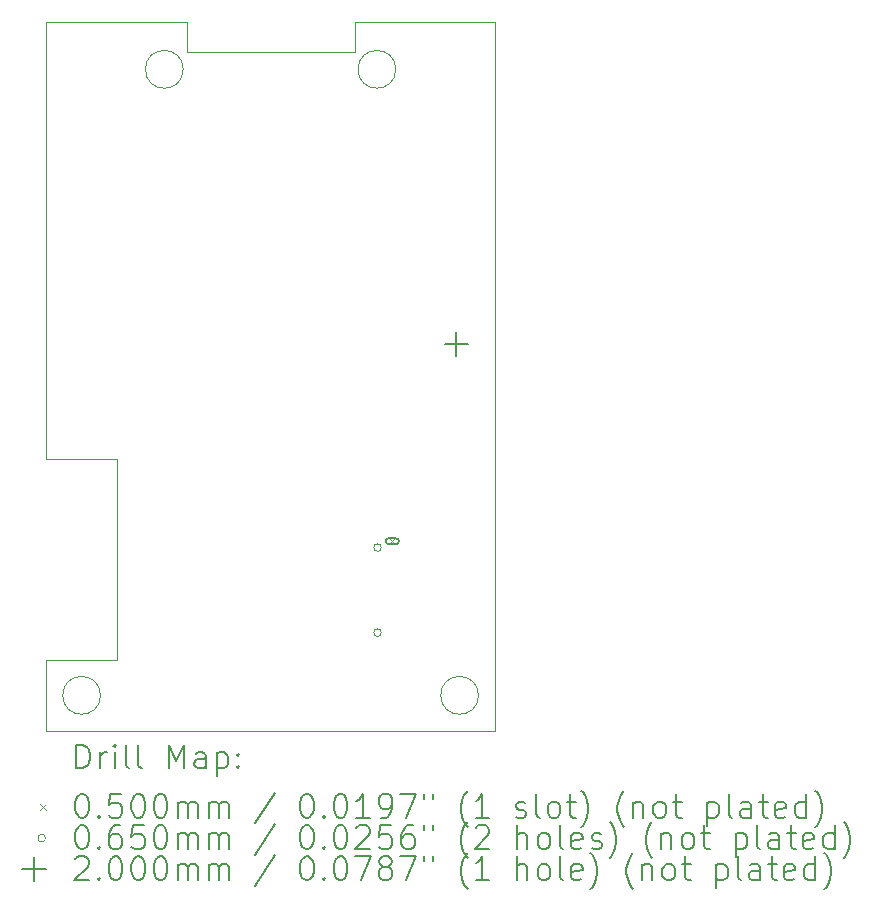
<source format=gbr>
%TF.GenerationSoftware,KiCad,Pcbnew,7.0.5*%
%TF.CreationDate,2023-06-16T17:13:40-04:00*%
%TF.ProjectId,ESP32Sensor-Sensor_board,45535033-3253-4656-9e73-6f722d53656e,rev?*%
%TF.SameCoordinates,Original*%
%TF.FileFunction,Drillmap*%
%TF.FilePolarity,Positive*%
%FSLAX45Y45*%
G04 Gerber Fmt 4.5, Leading zero omitted, Abs format (unit mm)*
G04 Created by KiCad (PCBNEW 7.0.5) date 2023-06-16 17:13:40*
%MOMM*%
%LPD*%
G01*
G04 APERTURE LIST*
%ADD10C,0.100000*%
%ADD11C,0.200000*%
%ADD12C,0.050000*%
%ADD13C,0.065000*%
G04 APERTURE END LIST*
D10*
X-1300000Y-3700000D02*
X-1300000Y-5400000D01*
X1900000Y-6000000D02*
X-1900000Y-6000000D01*
X-1900000Y0D02*
X-711200Y0D01*
X-740000Y-400000D02*
G75*
G03*
X-740000Y-400000I-160000J0D01*
G01*
X1760000Y-5700000D02*
G75*
G03*
X1760000Y-5700000I-160000J0D01*
G01*
X-1900000Y-3700000D02*
X-1300000Y-3700000D01*
X1900000Y0D02*
X1900000Y-6000000D01*
X-1900000Y-5400000D02*
X-1300000Y-5400000D01*
X-711200Y-254000D02*
X-711200Y0D01*
X-1900000Y0D02*
X-1900000Y-3700000D01*
X711200Y0D02*
X1900000Y0D01*
X-1440000Y-5700000D02*
G75*
G03*
X-1440000Y-5700000I-160000J0D01*
G01*
X711200Y0D02*
X711200Y-254000D01*
X711200Y-254000D02*
X-711200Y-254000D01*
X1060000Y-400000D02*
G75*
G03*
X1060000Y-400000I-160000J0D01*
G01*
X-1900000Y-6000000D02*
X-1900000Y-5400000D01*
D11*
D12*
X1005600Y-4370800D02*
X1055600Y-4420800D01*
X1055600Y-4370800D02*
X1005600Y-4420800D01*
D11*
X1000600Y-4420800D02*
X1060600Y-4420800D01*
X1060600Y-4420800D02*
G75*
G03*
X1060600Y-4370800I0J25000D01*
G01*
X1060600Y-4370800D02*
X1000600Y-4370800D01*
X1000600Y-4370800D02*
G75*
G03*
X1000600Y-4420800I0J-25000D01*
G01*
D13*
X938100Y-4448800D02*
G75*
G03*
X938100Y-4448800I-32500J0D01*
G01*
X938100Y-5168800D02*
G75*
G03*
X938100Y-5168800I-32500J0D01*
G01*
D11*
X1573800Y-2627800D02*
X1573800Y-2827800D01*
X1473800Y-2727800D02*
X1673800Y-2727800D01*
X-1644223Y-6316484D02*
X-1644223Y-6116484D01*
X-1644223Y-6116484D02*
X-1596604Y-6116484D01*
X-1596604Y-6116484D02*
X-1568033Y-6126008D01*
X-1568033Y-6126008D02*
X-1548985Y-6145055D01*
X-1548985Y-6145055D02*
X-1539461Y-6164103D01*
X-1539461Y-6164103D02*
X-1529937Y-6202198D01*
X-1529937Y-6202198D02*
X-1529937Y-6230769D01*
X-1529937Y-6230769D02*
X-1539461Y-6268865D01*
X-1539461Y-6268865D02*
X-1548985Y-6287912D01*
X-1548985Y-6287912D02*
X-1568033Y-6306960D01*
X-1568033Y-6306960D02*
X-1596604Y-6316484D01*
X-1596604Y-6316484D02*
X-1644223Y-6316484D01*
X-1444223Y-6316484D02*
X-1444223Y-6183150D01*
X-1444223Y-6221246D02*
X-1434699Y-6202198D01*
X-1434699Y-6202198D02*
X-1425175Y-6192674D01*
X-1425175Y-6192674D02*
X-1406128Y-6183150D01*
X-1406128Y-6183150D02*
X-1387080Y-6183150D01*
X-1320414Y-6316484D02*
X-1320414Y-6183150D01*
X-1320414Y-6116484D02*
X-1329937Y-6126008D01*
X-1329937Y-6126008D02*
X-1320414Y-6135531D01*
X-1320414Y-6135531D02*
X-1310890Y-6126008D01*
X-1310890Y-6126008D02*
X-1320414Y-6116484D01*
X-1320414Y-6116484D02*
X-1320414Y-6135531D01*
X-1196604Y-6316484D02*
X-1215652Y-6306960D01*
X-1215652Y-6306960D02*
X-1225176Y-6287912D01*
X-1225176Y-6287912D02*
X-1225176Y-6116484D01*
X-1091842Y-6316484D02*
X-1110890Y-6306960D01*
X-1110890Y-6306960D02*
X-1120414Y-6287912D01*
X-1120414Y-6287912D02*
X-1120414Y-6116484D01*
X-863271Y-6316484D02*
X-863271Y-6116484D01*
X-863271Y-6116484D02*
X-796604Y-6259341D01*
X-796604Y-6259341D02*
X-729937Y-6116484D01*
X-729937Y-6116484D02*
X-729937Y-6316484D01*
X-548985Y-6316484D02*
X-548985Y-6211722D01*
X-548985Y-6211722D02*
X-558509Y-6192674D01*
X-558509Y-6192674D02*
X-577556Y-6183150D01*
X-577556Y-6183150D02*
X-615652Y-6183150D01*
X-615652Y-6183150D02*
X-634699Y-6192674D01*
X-548985Y-6306960D02*
X-568033Y-6316484D01*
X-568033Y-6316484D02*
X-615652Y-6316484D01*
X-615652Y-6316484D02*
X-634699Y-6306960D01*
X-634699Y-6306960D02*
X-644223Y-6287912D01*
X-644223Y-6287912D02*
X-644223Y-6268865D01*
X-644223Y-6268865D02*
X-634699Y-6249817D01*
X-634699Y-6249817D02*
X-615652Y-6240293D01*
X-615652Y-6240293D02*
X-568033Y-6240293D01*
X-568033Y-6240293D02*
X-548985Y-6230769D01*
X-453747Y-6183150D02*
X-453747Y-6383150D01*
X-453747Y-6192674D02*
X-434699Y-6183150D01*
X-434699Y-6183150D02*
X-396604Y-6183150D01*
X-396604Y-6183150D02*
X-377556Y-6192674D01*
X-377556Y-6192674D02*
X-368033Y-6202198D01*
X-368033Y-6202198D02*
X-358509Y-6221246D01*
X-358509Y-6221246D02*
X-358509Y-6278388D01*
X-358509Y-6278388D02*
X-368033Y-6297436D01*
X-368033Y-6297436D02*
X-377556Y-6306960D01*
X-377556Y-6306960D02*
X-396604Y-6316484D01*
X-396604Y-6316484D02*
X-434699Y-6316484D01*
X-434699Y-6316484D02*
X-453747Y-6306960D01*
X-272795Y-6297436D02*
X-263271Y-6306960D01*
X-263271Y-6306960D02*
X-272795Y-6316484D01*
X-272795Y-6316484D02*
X-282318Y-6306960D01*
X-282318Y-6306960D02*
X-272795Y-6297436D01*
X-272795Y-6297436D02*
X-272795Y-6316484D01*
X-272795Y-6192674D02*
X-263271Y-6202198D01*
X-263271Y-6202198D02*
X-272795Y-6211722D01*
X-272795Y-6211722D02*
X-282318Y-6202198D01*
X-282318Y-6202198D02*
X-272795Y-6192674D01*
X-272795Y-6192674D02*
X-272795Y-6211722D01*
D12*
X-1955000Y-6620000D02*
X-1905000Y-6670000D01*
X-1905000Y-6620000D02*
X-1955000Y-6670000D01*
D11*
X-1606128Y-6536484D02*
X-1587080Y-6536484D01*
X-1587080Y-6536484D02*
X-1568033Y-6546008D01*
X-1568033Y-6546008D02*
X-1558509Y-6555531D01*
X-1558509Y-6555531D02*
X-1548985Y-6574579D01*
X-1548985Y-6574579D02*
X-1539461Y-6612674D01*
X-1539461Y-6612674D02*
X-1539461Y-6660293D01*
X-1539461Y-6660293D02*
X-1548985Y-6698388D01*
X-1548985Y-6698388D02*
X-1558509Y-6717436D01*
X-1558509Y-6717436D02*
X-1568033Y-6726960D01*
X-1568033Y-6726960D02*
X-1587080Y-6736484D01*
X-1587080Y-6736484D02*
X-1606128Y-6736484D01*
X-1606128Y-6736484D02*
X-1625175Y-6726960D01*
X-1625175Y-6726960D02*
X-1634699Y-6717436D01*
X-1634699Y-6717436D02*
X-1644223Y-6698388D01*
X-1644223Y-6698388D02*
X-1653747Y-6660293D01*
X-1653747Y-6660293D02*
X-1653747Y-6612674D01*
X-1653747Y-6612674D02*
X-1644223Y-6574579D01*
X-1644223Y-6574579D02*
X-1634699Y-6555531D01*
X-1634699Y-6555531D02*
X-1625175Y-6546008D01*
X-1625175Y-6546008D02*
X-1606128Y-6536484D01*
X-1453747Y-6717436D02*
X-1444223Y-6726960D01*
X-1444223Y-6726960D02*
X-1453747Y-6736484D01*
X-1453747Y-6736484D02*
X-1463271Y-6726960D01*
X-1463271Y-6726960D02*
X-1453747Y-6717436D01*
X-1453747Y-6717436D02*
X-1453747Y-6736484D01*
X-1263271Y-6536484D02*
X-1358509Y-6536484D01*
X-1358509Y-6536484D02*
X-1368033Y-6631722D01*
X-1368033Y-6631722D02*
X-1358509Y-6622198D01*
X-1358509Y-6622198D02*
X-1339461Y-6612674D01*
X-1339461Y-6612674D02*
X-1291842Y-6612674D01*
X-1291842Y-6612674D02*
X-1272795Y-6622198D01*
X-1272795Y-6622198D02*
X-1263271Y-6631722D01*
X-1263271Y-6631722D02*
X-1253747Y-6650769D01*
X-1253747Y-6650769D02*
X-1253747Y-6698388D01*
X-1253747Y-6698388D02*
X-1263271Y-6717436D01*
X-1263271Y-6717436D02*
X-1272795Y-6726960D01*
X-1272795Y-6726960D02*
X-1291842Y-6736484D01*
X-1291842Y-6736484D02*
X-1339461Y-6736484D01*
X-1339461Y-6736484D02*
X-1358509Y-6726960D01*
X-1358509Y-6726960D02*
X-1368033Y-6717436D01*
X-1129937Y-6536484D02*
X-1110890Y-6536484D01*
X-1110890Y-6536484D02*
X-1091842Y-6546008D01*
X-1091842Y-6546008D02*
X-1082318Y-6555531D01*
X-1082318Y-6555531D02*
X-1072795Y-6574579D01*
X-1072795Y-6574579D02*
X-1063271Y-6612674D01*
X-1063271Y-6612674D02*
X-1063271Y-6660293D01*
X-1063271Y-6660293D02*
X-1072795Y-6698388D01*
X-1072795Y-6698388D02*
X-1082318Y-6717436D01*
X-1082318Y-6717436D02*
X-1091842Y-6726960D01*
X-1091842Y-6726960D02*
X-1110890Y-6736484D01*
X-1110890Y-6736484D02*
X-1129937Y-6736484D01*
X-1129937Y-6736484D02*
X-1148985Y-6726960D01*
X-1148985Y-6726960D02*
X-1158509Y-6717436D01*
X-1158509Y-6717436D02*
X-1168033Y-6698388D01*
X-1168033Y-6698388D02*
X-1177556Y-6660293D01*
X-1177556Y-6660293D02*
X-1177556Y-6612674D01*
X-1177556Y-6612674D02*
X-1168033Y-6574579D01*
X-1168033Y-6574579D02*
X-1158509Y-6555531D01*
X-1158509Y-6555531D02*
X-1148985Y-6546008D01*
X-1148985Y-6546008D02*
X-1129937Y-6536484D01*
X-939461Y-6536484D02*
X-920413Y-6536484D01*
X-920413Y-6536484D02*
X-901366Y-6546008D01*
X-901366Y-6546008D02*
X-891842Y-6555531D01*
X-891842Y-6555531D02*
X-882318Y-6574579D01*
X-882318Y-6574579D02*
X-872794Y-6612674D01*
X-872794Y-6612674D02*
X-872794Y-6660293D01*
X-872794Y-6660293D02*
X-882318Y-6698388D01*
X-882318Y-6698388D02*
X-891842Y-6717436D01*
X-891842Y-6717436D02*
X-901366Y-6726960D01*
X-901366Y-6726960D02*
X-920413Y-6736484D01*
X-920413Y-6736484D02*
X-939461Y-6736484D01*
X-939461Y-6736484D02*
X-958509Y-6726960D01*
X-958509Y-6726960D02*
X-968033Y-6717436D01*
X-968033Y-6717436D02*
X-977556Y-6698388D01*
X-977556Y-6698388D02*
X-987080Y-6660293D01*
X-987080Y-6660293D02*
X-987080Y-6612674D01*
X-987080Y-6612674D02*
X-977556Y-6574579D01*
X-977556Y-6574579D02*
X-968033Y-6555531D01*
X-968033Y-6555531D02*
X-958509Y-6546008D01*
X-958509Y-6546008D02*
X-939461Y-6536484D01*
X-787080Y-6736484D02*
X-787080Y-6603150D01*
X-787080Y-6622198D02*
X-777556Y-6612674D01*
X-777556Y-6612674D02*
X-758509Y-6603150D01*
X-758509Y-6603150D02*
X-729937Y-6603150D01*
X-729937Y-6603150D02*
X-710890Y-6612674D01*
X-710890Y-6612674D02*
X-701366Y-6631722D01*
X-701366Y-6631722D02*
X-701366Y-6736484D01*
X-701366Y-6631722D02*
X-691842Y-6612674D01*
X-691842Y-6612674D02*
X-672795Y-6603150D01*
X-672795Y-6603150D02*
X-644223Y-6603150D01*
X-644223Y-6603150D02*
X-625175Y-6612674D01*
X-625175Y-6612674D02*
X-615652Y-6631722D01*
X-615652Y-6631722D02*
X-615652Y-6736484D01*
X-520413Y-6736484D02*
X-520413Y-6603150D01*
X-520413Y-6622198D02*
X-510890Y-6612674D01*
X-510890Y-6612674D02*
X-491842Y-6603150D01*
X-491842Y-6603150D02*
X-463271Y-6603150D01*
X-463271Y-6603150D02*
X-444223Y-6612674D01*
X-444223Y-6612674D02*
X-434699Y-6631722D01*
X-434699Y-6631722D02*
X-434699Y-6736484D01*
X-434699Y-6631722D02*
X-425175Y-6612674D01*
X-425175Y-6612674D02*
X-406128Y-6603150D01*
X-406128Y-6603150D02*
X-377556Y-6603150D01*
X-377556Y-6603150D02*
X-358509Y-6612674D01*
X-358509Y-6612674D02*
X-348985Y-6631722D01*
X-348985Y-6631722D02*
X-348985Y-6736484D01*
X41491Y-6526960D02*
X-129937Y-6784103D01*
X298634Y-6536484D02*
X317682Y-6536484D01*
X317682Y-6536484D02*
X336729Y-6546008D01*
X336729Y-6546008D02*
X346253Y-6555531D01*
X346253Y-6555531D02*
X355777Y-6574579D01*
X355777Y-6574579D02*
X365301Y-6612674D01*
X365301Y-6612674D02*
X365301Y-6660293D01*
X365301Y-6660293D02*
X355777Y-6698388D01*
X355777Y-6698388D02*
X346253Y-6717436D01*
X346253Y-6717436D02*
X336729Y-6726960D01*
X336729Y-6726960D02*
X317682Y-6736484D01*
X317682Y-6736484D02*
X298634Y-6736484D01*
X298634Y-6736484D02*
X279587Y-6726960D01*
X279587Y-6726960D02*
X270063Y-6717436D01*
X270063Y-6717436D02*
X260539Y-6698388D01*
X260539Y-6698388D02*
X251015Y-6660293D01*
X251015Y-6660293D02*
X251015Y-6612674D01*
X251015Y-6612674D02*
X260539Y-6574579D01*
X260539Y-6574579D02*
X270063Y-6555531D01*
X270063Y-6555531D02*
X279587Y-6546008D01*
X279587Y-6546008D02*
X298634Y-6536484D01*
X451015Y-6717436D02*
X460539Y-6726960D01*
X460539Y-6726960D02*
X451015Y-6736484D01*
X451015Y-6736484D02*
X441491Y-6726960D01*
X441491Y-6726960D02*
X451015Y-6717436D01*
X451015Y-6717436D02*
X451015Y-6736484D01*
X584348Y-6536484D02*
X603396Y-6536484D01*
X603396Y-6536484D02*
X622444Y-6546008D01*
X622444Y-6546008D02*
X631968Y-6555531D01*
X631968Y-6555531D02*
X641491Y-6574579D01*
X641491Y-6574579D02*
X651015Y-6612674D01*
X651015Y-6612674D02*
X651015Y-6660293D01*
X651015Y-6660293D02*
X641491Y-6698388D01*
X641491Y-6698388D02*
X631968Y-6717436D01*
X631968Y-6717436D02*
X622444Y-6726960D01*
X622444Y-6726960D02*
X603396Y-6736484D01*
X603396Y-6736484D02*
X584348Y-6736484D01*
X584348Y-6736484D02*
X565301Y-6726960D01*
X565301Y-6726960D02*
X555777Y-6717436D01*
X555777Y-6717436D02*
X546253Y-6698388D01*
X546253Y-6698388D02*
X536729Y-6660293D01*
X536729Y-6660293D02*
X536729Y-6612674D01*
X536729Y-6612674D02*
X546253Y-6574579D01*
X546253Y-6574579D02*
X555777Y-6555531D01*
X555777Y-6555531D02*
X565301Y-6546008D01*
X565301Y-6546008D02*
X584348Y-6536484D01*
X841491Y-6736484D02*
X727206Y-6736484D01*
X784348Y-6736484D02*
X784348Y-6536484D01*
X784348Y-6536484D02*
X765301Y-6565055D01*
X765301Y-6565055D02*
X746253Y-6584103D01*
X746253Y-6584103D02*
X727206Y-6593627D01*
X936729Y-6736484D02*
X974825Y-6736484D01*
X974825Y-6736484D02*
X993872Y-6726960D01*
X993872Y-6726960D02*
X1003396Y-6717436D01*
X1003396Y-6717436D02*
X1022444Y-6688865D01*
X1022444Y-6688865D02*
X1031967Y-6650769D01*
X1031967Y-6650769D02*
X1031967Y-6574579D01*
X1031967Y-6574579D02*
X1022444Y-6555531D01*
X1022444Y-6555531D02*
X1012920Y-6546008D01*
X1012920Y-6546008D02*
X993872Y-6536484D01*
X993872Y-6536484D02*
X955777Y-6536484D01*
X955777Y-6536484D02*
X936729Y-6546008D01*
X936729Y-6546008D02*
X927206Y-6555531D01*
X927206Y-6555531D02*
X917682Y-6574579D01*
X917682Y-6574579D02*
X917682Y-6622198D01*
X917682Y-6622198D02*
X927206Y-6641246D01*
X927206Y-6641246D02*
X936729Y-6650769D01*
X936729Y-6650769D02*
X955777Y-6660293D01*
X955777Y-6660293D02*
X993872Y-6660293D01*
X993872Y-6660293D02*
X1012920Y-6650769D01*
X1012920Y-6650769D02*
X1022444Y-6641246D01*
X1022444Y-6641246D02*
X1031967Y-6622198D01*
X1098634Y-6536484D02*
X1231968Y-6536484D01*
X1231968Y-6536484D02*
X1146253Y-6736484D01*
X1298634Y-6536484D02*
X1298634Y-6574579D01*
X1374825Y-6536484D02*
X1374825Y-6574579D01*
X1670063Y-6812674D02*
X1660539Y-6803150D01*
X1660539Y-6803150D02*
X1641491Y-6774579D01*
X1641491Y-6774579D02*
X1631968Y-6755531D01*
X1631968Y-6755531D02*
X1622444Y-6726960D01*
X1622444Y-6726960D02*
X1612920Y-6679341D01*
X1612920Y-6679341D02*
X1612920Y-6641246D01*
X1612920Y-6641246D02*
X1622444Y-6593627D01*
X1622444Y-6593627D02*
X1631968Y-6565055D01*
X1631968Y-6565055D02*
X1641491Y-6546008D01*
X1641491Y-6546008D02*
X1660539Y-6517436D01*
X1660539Y-6517436D02*
X1670063Y-6507912D01*
X1851015Y-6736484D02*
X1736729Y-6736484D01*
X1793872Y-6736484D02*
X1793872Y-6536484D01*
X1793872Y-6536484D02*
X1774825Y-6565055D01*
X1774825Y-6565055D02*
X1755777Y-6584103D01*
X1755777Y-6584103D02*
X1736729Y-6593627D01*
X2079587Y-6726960D02*
X2098634Y-6736484D01*
X2098634Y-6736484D02*
X2136730Y-6736484D01*
X2136730Y-6736484D02*
X2155777Y-6726960D01*
X2155777Y-6726960D02*
X2165301Y-6707912D01*
X2165301Y-6707912D02*
X2165301Y-6698388D01*
X2165301Y-6698388D02*
X2155777Y-6679341D01*
X2155777Y-6679341D02*
X2136730Y-6669817D01*
X2136730Y-6669817D02*
X2108158Y-6669817D01*
X2108158Y-6669817D02*
X2089110Y-6660293D01*
X2089110Y-6660293D02*
X2079587Y-6641246D01*
X2079587Y-6641246D02*
X2079587Y-6631722D01*
X2079587Y-6631722D02*
X2089110Y-6612674D01*
X2089110Y-6612674D02*
X2108158Y-6603150D01*
X2108158Y-6603150D02*
X2136730Y-6603150D01*
X2136730Y-6603150D02*
X2155777Y-6612674D01*
X2279587Y-6736484D02*
X2260539Y-6726960D01*
X2260539Y-6726960D02*
X2251015Y-6707912D01*
X2251015Y-6707912D02*
X2251015Y-6536484D01*
X2384349Y-6736484D02*
X2365301Y-6726960D01*
X2365301Y-6726960D02*
X2355777Y-6717436D01*
X2355777Y-6717436D02*
X2346253Y-6698388D01*
X2346253Y-6698388D02*
X2346253Y-6641246D01*
X2346253Y-6641246D02*
X2355777Y-6622198D01*
X2355777Y-6622198D02*
X2365301Y-6612674D01*
X2365301Y-6612674D02*
X2384349Y-6603150D01*
X2384349Y-6603150D02*
X2412920Y-6603150D01*
X2412920Y-6603150D02*
X2431968Y-6612674D01*
X2431968Y-6612674D02*
X2441492Y-6622198D01*
X2441492Y-6622198D02*
X2451015Y-6641246D01*
X2451015Y-6641246D02*
X2451015Y-6698388D01*
X2451015Y-6698388D02*
X2441492Y-6717436D01*
X2441492Y-6717436D02*
X2431968Y-6726960D01*
X2431968Y-6726960D02*
X2412920Y-6736484D01*
X2412920Y-6736484D02*
X2384349Y-6736484D01*
X2508158Y-6603150D02*
X2584349Y-6603150D01*
X2536730Y-6536484D02*
X2536730Y-6707912D01*
X2536730Y-6707912D02*
X2546253Y-6726960D01*
X2546253Y-6726960D02*
X2565301Y-6736484D01*
X2565301Y-6736484D02*
X2584349Y-6736484D01*
X2631968Y-6812674D02*
X2641492Y-6803150D01*
X2641492Y-6803150D02*
X2660539Y-6774579D01*
X2660539Y-6774579D02*
X2670063Y-6755531D01*
X2670063Y-6755531D02*
X2679587Y-6726960D01*
X2679587Y-6726960D02*
X2689111Y-6679341D01*
X2689111Y-6679341D02*
X2689111Y-6641246D01*
X2689111Y-6641246D02*
X2679587Y-6593627D01*
X2679587Y-6593627D02*
X2670063Y-6565055D01*
X2670063Y-6565055D02*
X2660539Y-6546008D01*
X2660539Y-6546008D02*
X2641492Y-6517436D01*
X2641492Y-6517436D02*
X2631968Y-6507912D01*
X2993872Y-6812674D02*
X2984349Y-6803150D01*
X2984349Y-6803150D02*
X2965301Y-6774579D01*
X2965301Y-6774579D02*
X2955777Y-6755531D01*
X2955777Y-6755531D02*
X2946253Y-6726960D01*
X2946253Y-6726960D02*
X2936730Y-6679341D01*
X2936730Y-6679341D02*
X2936730Y-6641246D01*
X2936730Y-6641246D02*
X2946253Y-6593627D01*
X2946253Y-6593627D02*
X2955777Y-6565055D01*
X2955777Y-6565055D02*
X2965301Y-6546008D01*
X2965301Y-6546008D02*
X2984349Y-6517436D01*
X2984349Y-6517436D02*
X2993872Y-6507912D01*
X3070063Y-6603150D02*
X3070063Y-6736484D01*
X3070063Y-6622198D02*
X3079587Y-6612674D01*
X3079587Y-6612674D02*
X3098634Y-6603150D01*
X3098634Y-6603150D02*
X3127206Y-6603150D01*
X3127206Y-6603150D02*
X3146253Y-6612674D01*
X3146253Y-6612674D02*
X3155777Y-6631722D01*
X3155777Y-6631722D02*
X3155777Y-6736484D01*
X3279587Y-6736484D02*
X3260539Y-6726960D01*
X3260539Y-6726960D02*
X3251015Y-6717436D01*
X3251015Y-6717436D02*
X3241491Y-6698388D01*
X3241491Y-6698388D02*
X3241491Y-6641246D01*
X3241491Y-6641246D02*
X3251015Y-6622198D01*
X3251015Y-6622198D02*
X3260539Y-6612674D01*
X3260539Y-6612674D02*
X3279587Y-6603150D01*
X3279587Y-6603150D02*
X3308158Y-6603150D01*
X3308158Y-6603150D02*
X3327206Y-6612674D01*
X3327206Y-6612674D02*
X3336730Y-6622198D01*
X3336730Y-6622198D02*
X3346253Y-6641246D01*
X3346253Y-6641246D02*
X3346253Y-6698388D01*
X3346253Y-6698388D02*
X3336730Y-6717436D01*
X3336730Y-6717436D02*
X3327206Y-6726960D01*
X3327206Y-6726960D02*
X3308158Y-6736484D01*
X3308158Y-6736484D02*
X3279587Y-6736484D01*
X3403396Y-6603150D02*
X3479587Y-6603150D01*
X3431968Y-6536484D02*
X3431968Y-6707912D01*
X3431968Y-6707912D02*
X3441491Y-6726960D01*
X3441491Y-6726960D02*
X3460539Y-6736484D01*
X3460539Y-6736484D02*
X3479587Y-6736484D01*
X3698634Y-6603150D02*
X3698634Y-6803150D01*
X3698634Y-6612674D02*
X3717682Y-6603150D01*
X3717682Y-6603150D02*
X3755777Y-6603150D01*
X3755777Y-6603150D02*
X3774825Y-6612674D01*
X3774825Y-6612674D02*
X3784349Y-6622198D01*
X3784349Y-6622198D02*
X3793872Y-6641246D01*
X3793872Y-6641246D02*
X3793872Y-6698388D01*
X3793872Y-6698388D02*
X3784349Y-6717436D01*
X3784349Y-6717436D02*
X3774825Y-6726960D01*
X3774825Y-6726960D02*
X3755777Y-6736484D01*
X3755777Y-6736484D02*
X3717682Y-6736484D01*
X3717682Y-6736484D02*
X3698634Y-6726960D01*
X3908158Y-6736484D02*
X3889111Y-6726960D01*
X3889111Y-6726960D02*
X3879587Y-6707912D01*
X3879587Y-6707912D02*
X3879587Y-6536484D01*
X4070063Y-6736484D02*
X4070063Y-6631722D01*
X4070063Y-6631722D02*
X4060539Y-6612674D01*
X4060539Y-6612674D02*
X4041492Y-6603150D01*
X4041492Y-6603150D02*
X4003396Y-6603150D01*
X4003396Y-6603150D02*
X3984349Y-6612674D01*
X4070063Y-6726960D02*
X4051015Y-6736484D01*
X4051015Y-6736484D02*
X4003396Y-6736484D01*
X4003396Y-6736484D02*
X3984349Y-6726960D01*
X3984349Y-6726960D02*
X3974825Y-6707912D01*
X3974825Y-6707912D02*
X3974825Y-6688865D01*
X3974825Y-6688865D02*
X3984349Y-6669817D01*
X3984349Y-6669817D02*
X4003396Y-6660293D01*
X4003396Y-6660293D02*
X4051015Y-6660293D01*
X4051015Y-6660293D02*
X4070063Y-6650769D01*
X4136730Y-6603150D02*
X4212920Y-6603150D01*
X4165301Y-6536484D02*
X4165301Y-6707912D01*
X4165301Y-6707912D02*
X4174825Y-6726960D01*
X4174825Y-6726960D02*
X4193872Y-6736484D01*
X4193872Y-6736484D02*
X4212920Y-6736484D01*
X4355777Y-6726960D02*
X4336730Y-6736484D01*
X4336730Y-6736484D02*
X4298634Y-6736484D01*
X4298634Y-6736484D02*
X4279587Y-6726960D01*
X4279587Y-6726960D02*
X4270063Y-6707912D01*
X4270063Y-6707912D02*
X4270063Y-6631722D01*
X4270063Y-6631722D02*
X4279587Y-6612674D01*
X4279587Y-6612674D02*
X4298634Y-6603150D01*
X4298634Y-6603150D02*
X4336730Y-6603150D01*
X4336730Y-6603150D02*
X4355777Y-6612674D01*
X4355777Y-6612674D02*
X4365301Y-6631722D01*
X4365301Y-6631722D02*
X4365301Y-6650769D01*
X4365301Y-6650769D02*
X4270063Y-6669817D01*
X4536730Y-6736484D02*
X4536730Y-6536484D01*
X4536730Y-6726960D02*
X4517682Y-6736484D01*
X4517682Y-6736484D02*
X4479587Y-6736484D01*
X4479587Y-6736484D02*
X4460539Y-6726960D01*
X4460539Y-6726960D02*
X4451015Y-6717436D01*
X4451015Y-6717436D02*
X4441492Y-6698388D01*
X4441492Y-6698388D02*
X4441492Y-6641246D01*
X4441492Y-6641246D02*
X4451015Y-6622198D01*
X4451015Y-6622198D02*
X4460539Y-6612674D01*
X4460539Y-6612674D02*
X4479587Y-6603150D01*
X4479587Y-6603150D02*
X4517682Y-6603150D01*
X4517682Y-6603150D02*
X4536730Y-6612674D01*
X4612920Y-6812674D02*
X4622444Y-6803150D01*
X4622444Y-6803150D02*
X4641492Y-6774579D01*
X4641492Y-6774579D02*
X4651015Y-6755531D01*
X4651015Y-6755531D02*
X4660539Y-6726960D01*
X4660539Y-6726960D02*
X4670063Y-6679341D01*
X4670063Y-6679341D02*
X4670063Y-6641246D01*
X4670063Y-6641246D02*
X4660539Y-6593627D01*
X4660539Y-6593627D02*
X4651015Y-6565055D01*
X4651015Y-6565055D02*
X4641492Y-6546008D01*
X4641492Y-6546008D02*
X4622444Y-6517436D01*
X4622444Y-6517436D02*
X4612920Y-6507912D01*
D13*
X-1905000Y-6909000D02*
G75*
G03*
X-1905000Y-6909000I-32500J0D01*
G01*
D11*
X-1606128Y-6800484D02*
X-1587080Y-6800484D01*
X-1587080Y-6800484D02*
X-1568033Y-6810008D01*
X-1568033Y-6810008D02*
X-1558509Y-6819531D01*
X-1558509Y-6819531D02*
X-1548985Y-6838579D01*
X-1548985Y-6838579D02*
X-1539461Y-6876674D01*
X-1539461Y-6876674D02*
X-1539461Y-6924293D01*
X-1539461Y-6924293D02*
X-1548985Y-6962388D01*
X-1548985Y-6962388D02*
X-1558509Y-6981436D01*
X-1558509Y-6981436D02*
X-1568033Y-6990960D01*
X-1568033Y-6990960D02*
X-1587080Y-7000484D01*
X-1587080Y-7000484D02*
X-1606128Y-7000484D01*
X-1606128Y-7000484D02*
X-1625175Y-6990960D01*
X-1625175Y-6990960D02*
X-1634699Y-6981436D01*
X-1634699Y-6981436D02*
X-1644223Y-6962388D01*
X-1644223Y-6962388D02*
X-1653747Y-6924293D01*
X-1653747Y-6924293D02*
X-1653747Y-6876674D01*
X-1653747Y-6876674D02*
X-1644223Y-6838579D01*
X-1644223Y-6838579D02*
X-1634699Y-6819531D01*
X-1634699Y-6819531D02*
X-1625175Y-6810008D01*
X-1625175Y-6810008D02*
X-1606128Y-6800484D01*
X-1453747Y-6981436D02*
X-1444223Y-6990960D01*
X-1444223Y-6990960D02*
X-1453747Y-7000484D01*
X-1453747Y-7000484D02*
X-1463271Y-6990960D01*
X-1463271Y-6990960D02*
X-1453747Y-6981436D01*
X-1453747Y-6981436D02*
X-1453747Y-7000484D01*
X-1272795Y-6800484D02*
X-1310890Y-6800484D01*
X-1310890Y-6800484D02*
X-1329937Y-6810008D01*
X-1329937Y-6810008D02*
X-1339461Y-6819531D01*
X-1339461Y-6819531D02*
X-1358509Y-6848103D01*
X-1358509Y-6848103D02*
X-1368033Y-6886198D01*
X-1368033Y-6886198D02*
X-1368033Y-6962388D01*
X-1368033Y-6962388D02*
X-1358509Y-6981436D01*
X-1358509Y-6981436D02*
X-1348985Y-6990960D01*
X-1348985Y-6990960D02*
X-1329937Y-7000484D01*
X-1329937Y-7000484D02*
X-1291842Y-7000484D01*
X-1291842Y-7000484D02*
X-1272795Y-6990960D01*
X-1272795Y-6990960D02*
X-1263271Y-6981436D01*
X-1263271Y-6981436D02*
X-1253747Y-6962388D01*
X-1253747Y-6962388D02*
X-1253747Y-6914769D01*
X-1253747Y-6914769D02*
X-1263271Y-6895722D01*
X-1263271Y-6895722D02*
X-1272795Y-6886198D01*
X-1272795Y-6886198D02*
X-1291842Y-6876674D01*
X-1291842Y-6876674D02*
X-1329937Y-6876674D01*
X-1329937Y-6876674D02*
X-1348985Y-6886198D01*
X-1348985Y-6886198D02*
X-1358509Y-6895722D01*
X-1358509Y-6895722D02*
X-1368033Y-6914769D01*
X-1072795Y-6800484D02*
X-1168033Y-6800484D01*
X-1168033Y-6800484D02*
X-1177556Y-6895722D01*
X-1177556Y-6895722D02*
X-1168033Y-6886198D01*
X-1168033Y-6886198D02*
X-1148985Y-6876674D01*
X-1148985Y-6876674D02*
X-1101366Y-6876674D01*
X-1101366Y-6876674D02*
X-1082318Y-6886198D01*
X-1082318Y-6886198D02*
X-1072795Y-6895722D01*
X-1072795Y-6895722D02*
X-1063271Y-6914769D01*
X-1063271Y-6914769D02*
X-1063271Y-6962388D01*
X-1063271Y-6962388D02*
X-1072795Y-6981436D01*
X-1072795Y-6981436D02*
X-1082318Y-6990960D01*
X-1082318Y-6990960D02*
X-1101366Y-7000484D01*
X-1101366Y-7000484D02*
X-1148985Y-7000484D01*
X-1148985Y-7000484D02*
X-1168033Y-6990960D01*
X-1168033Y-6990960D02*
X-1177556Y-6981436D01*
X-939461Y-6800484D02*
X-920413Y-6800484D01*
X-920413Y-6800484D02*
X-901366Y-6810008D01*
X-901366Y-6810008D02*
X-891842Y-6819531D01*
X-891842Y-6819531D02*
X-882318Y-6838579D01*
X-882318Y-6838579D02*
X-872794Y-6876674D01*
X-872794Y-6876674D02*
X-872794Y-6924293D01*
X-872794Y-6924293D02*
X-882318Y-6962388D01*
X-882318Y-6962388D02*
X-891842Y-6981436D01*
X-891842Y-6981436D02*
X-901366Y-6990960D01*
X-901366Y-6990960D02*
X-920413Y-7000484D01*
X-920413Y-7000484D02*
X-939461Y-7000484D01*
X-939461Y-7000484D02*
X-958509Y-6990960D01*
X-958509Y-6990960D02*
X-968033Y-6981436D01*
X-968033Y-6981436D02*
X-977556Y-6962388D01*
X-977556Y-6962388D02*
X-987080Y-6924293D01*
X-987080Y-6924293D02*
X-987080Y-6876674D01*
X-987080Y-6876674D02*
X-977556Y-6838579D01*
X-977556Y-6838579D02*
X-968033Y-6819531D01*
X-968033Y-6819531D02*
X-958509Y-6810008D01*
X-958509Y-6810008D02*
X-939461Y-6800484D01*
X-787080Y-7000484D02*
X-787080Y-6867150D01*
X-787080Y-6886198D02*
X-777556Y-6876674D01*
X-777556Y-6876674D02*
X-758509Y-6867150D01*
X-758509Y-6867150D02*
X-729937Y-6867150D01*
X-729937Y-6867150D02*
X-710890Y-6876674D01*
X-710890Y-6876674D02*
X-701366Y-6895722D01*
X-701366Y-6895722D02*
X-701366Y-7000484D01*
X-701366Y-6895722D02*
X-691842Y-6876674D01*
X-691842Y-6876674D02*
X-672795Y-6867150D01*
X-672795Y-6867150D02*
X-644223Y-6867150D01*
X-644223Y-6867150D02*
X-625175Y-6876674D01*
X-625175Y-6876674D02*
X-615652Y-6895722D01*
X-615652Y-6895722D02*
X-615652Y-7000484D01*
X-520413Y-7000484D02*
X-520413Y-6867150D01*
X-520413Y-6886198D02*
X-510890Y-6876674D01*
X-510890Y-6876674D02*
X-491842Y-6867150D01*
X-491842Y-6867150D02*
X-463271Y-6867150D01*
X-463271Y-6867150D02*
X-444223Y-6876674D01*
X-444223Y-6876674D02*
X-434699Y-6895722D01*
X-434699Y-6895722D02*
X-434699Y-7000484D01*
X-434699Y-6895722D02*
X-425175Y-6876674D01*
X-425175Y-6876674D02*
X-406128Y-6867150D01*
X-406128Y-6867150D02*
X-377556Y-6867150D01*
X-377556Y-6867150D02*
X-358509Y-6876674D01*
X-358509Y-6876674D02*
X-348985Y-6895722D01*
X-348985Y-6895722D02*
X-348985Y-7000484D01*
X41491Y-6790960D02*
X-129937Y-7048103D01*
X298634Y-6800484D02*
X317682Y-6800484D01*
X317682Y-6800484D02*
X336729Y-6810008D01*
X336729Y-6810008D02*
X346253Y-6819531D01*
X346253Y-6819531D02*
X355777Y-6838579D01*
X355777Y-6838579D02*
X365301Y-6876674D01*
X365301Y-6876674D02*
X365301Y-6924293D01*
X365301Y-6924293D02*
X355777Y-6962388D01*
X355777Y-6962388D02*
X346253Y-6981436D01*
X346253Y-6981436D02*
X336729Y-6990960D01*
X336729Y-6990960D02*
X317682Y-7000484D01*
X317682Y-7000484D02*
X298634Y-7000484D01*
X298634Y-7000484D02*
X279587Y-6990960D01*
X279587Y-6990960D02*
X270063Y-6981436D01*
X270063Y-6981436D02*
X260539Y-6962388D01*
X260539Y-6962388D02*
X251015Y-6924293D01*
X251015Y-6924293D02*
X251015Y-6876674D01*
X251015Y-6876674D02*
X260539Y-6838579D01*
X260539Y-6838579D02*
X270063Y-6819531D01*
X270063Y-6819531D02*
X279587Y-6810008D01*
X279587Y-6810008D02*
X298634Y-6800484D01*
X451015Y-6981436D02*
X460539Y-6990960D01*
X460539Y-6990960D02*
X451015Y-7000484D01*
X451015Y-7000484D02*
X441491Y-6990960D01*
X441491Y-6990960D02*
X451015Y-6981436D01*
X451015Y-6981436D02*
X451015Y-7000484D01*
X584348Y-6800484D02*
X603396Y-6800484D01*
X603396Y-6800484D02*
X622444Y-6810008D01*
X622444Y-6810008D02*
X631968Y-6819531D01*
X631968Y-6819531D02*
X641491Y-6838579D01*
X641491Y-6838579D02*
X651015Y-6876674D01*
X651015Y-6876674D02*
X651015Y-6924293D01*
X651015Y-6924293D02*
X641491Y-6962388D01*
X641491Y-6962388D02*
X631968Y-6981436D01*
X631968Y-6981436D02*
X622444Y-6990960D01*
X622444Y-6990960D02*
X603396Y-7000484D01*
X603396Y-7000484D02*
X584348Y-7000484D01*
X584348Y-7000484D02*
X565301Y-6990960D01*
X565301Y-6990960D02*
X555777Y-6981436D01*
X555777Y-6981436D02*
X546253Y-6962388D01*
X546253Y-6962388D02*
X536729Y-6924293D01*
X536729Y-6924293D02*
X536729Y-6876674D01*
X536729Y-6876674D02*
X546253Y-6838579D01*
X546253Y-6838579D02*
X555777Y-6819531D01*
X555777Y-6819531D02*
X565301Y-6810008D01*
X565301Y-6810008D02*
X584348Y-6800484D01*
X727206Y-6819531D02*
X736729Y-6810008D01*
X736729Y-6810008D02*
X755777Y-6800484D01*
X755777Y-6800484D02*
X803396Y-6800484D01*
X803396Y-6800484D02*
X822444Y-6810008D01*
X822444Y-6810008D02*
X831967Y-6819531D01*
X831967Y-6819531D02*
X841491Y-6838579D01*
X841491Y-6838579D02*
X841491Y-6857627D01*
X841491Y-6857627D02*
X831967Y-6886198D01*
X831967Y-6886198D02*
X717682Y-7000484D01*
X717682Y-7000484D02*
X841491Y-7000484D01*
X1022444Y-6800484D02*
X927206Y-6800484D01*
X927206Y-6800484D02*
X917682Y-6895722D01*
X917682Y-6895722D02*
X927206Y-6886198D01*
X927206Y-6886198D02*
X946253Y-6876674D01*
X946253Y-6876674D02*
X993872Y-6876674D01*
X993872Y-6876674D02*
X1012920Y-6886198D01*
X1012920Y-6886198D02*
X1022444Y-6895722D01*
X1022444Y-6895722D02*
X1031967Y-6914769D01*
X1031967Y-6914769D02*
X1031967Y-6962388D01*
X1031967Y-6962388D02*
X1022444Y-6981436D01*
X1022444Y-6981436D02*
X1012920Y-6990960D01*
X1012920Y-6990960D02*
X993872Y-7000484D01*
X993872Y-7000484D02*
X946253Y-7000484D01*
X946253Y-7000484D02*
X927206Y-6990960D01*
X927206Y-6990960D02*
X917682Y-6981436D01*
X1203396Y-6800484D02*
X1165301Y-6800484D01*
X1165301Y-6800484D02*
X1146253Y-6810008D01*
X1146253Y-6810008D02*
X1136729Y-6819531D01*
X1136729Y-6819531D02*
X1117682Y-6848103D01*
X1117682Y-6848103D02*
X1108158Y-6886198D01*
X1108158Y-6886198D02*
X1108158Y-6962388D01*
X1108158Y-6962388D02*
X1117682Y-6981436D01*
X1117682Y-6981436D02*
X1127206Y-6990960D01*
X1127206Y-6990960D02*
X1146253Y-7000484D01*
X1146253Y-7000484D02*
X1184349Y-7000484D01*
X1184349Y-7000484D02*
X1203396Y-6990960D01*
X1203396Y-6990960D02*
X1212920Y-6981436D01*
X1212920Y-6981436D02*
X1222444Y-6962388D01*
X1222444Y-6962388D02*
X1222444Y-6914769D01*
X1222444Y-6914769D02*
X1212920Y-6895722D01*
X1212920Y-6895722D02*
X1203396Y-6886198D01*
X1203396Y-6886198D02*
X1184349Y-6876674D01*
X1184349Y-6876674D02*
X1146253Y-6876674D01*
X1146253Y-6876674D02*
X1127206Y-6886198D01*
X1127206Y-6886198D02*
X1117682Y-6895722D01*
X1117682Y-6895722D02*
X1108158Y-6914769D01*
X1298634Y-6800484D02*
X1298634Y-6838579D01*
X1374825Y-6800484D02*
X1374825Y-6838579D01*
X1670063Y-7076674D02*
X1660539Y-7067150D01*
X1660539Y-7067150D02*
X1641491Y-7038579D01*
X1641491Y-7038579D02*
X1631968Y-7019531D01*
X1631968Y-7019531D02*
X1622444Y-6990960D01*
X1622444Y-6990960D02*
X1612920Y-6943341D01*
X1612920Y-6943341D02*
X1612920Y-6905246D01*
X1612920Y-6905246D02*
X1622444Y-6857627D01*
X1622444Y-6857627D02*
X1631968Y-6829055D01*
X1631968Y-6829055D02*
X1641491Y-6810008D01*
X1641491Y-6810008D02*
X1660539Y-6781436D01*
X1660539Y-6781436D02*
X1670063Y-6771912D01*
X1736729Y-6819531D02*
X1746253Y-6810008D01*
X1746253Y-6810008D02*
X1765301Y-6800484D01*
X1765301Y-6800484D02*
X1812920Y-6800484D01*
X1812920Y-6800484D02*
X1831968Y-6810008D01*
X1831968Y-6810008D02*
X1841491Y-6819531D01*
X1841491Y-6819531D02*
X1851015Y-6838579D01*
X1851015Y-6838579D02*
X1851015Y-6857627D01*
X1851015Y-6857627D02*
X1841491Y-6886198D01*
X1841491Y-6886198D02*
X1727206Y-7000484D01*
X1727206Y-7000484D02*
X1851015Y-7000484D01*
X2089110Y-7000484D02*
X2089110Y-6800484D01*
X2174825Y-7000484D02*
X2174825Y-6895722D01*
X2174825Y-6895722D02*
X2165301Y-6876674D01*
X2165301Y-6876674D02*
X2146253Y-6867150D01*
X2146253Y-6867150D02*
X2117682Y-6867150D01*
X2117682Y-6867150D02*
X2098634Y-6876674D01*
X2098634Y-6876674D02*
X2089110Y-6886198D01*
X2298634Y-7000484D02*
X2279587Y-6990960D01*
X2279587Y-6990960D02*
X2270063Y-6981436D01*
X2270063Y-6981436D02*
X2260539Y-6962388D01*
X2260539Y-6962388D02*
X2260539Y-6905246D01*
X2260539Y-6905246D02*
X2270063Y-6886198D01*
X2270063Y-6886198D02*
X2279587Y-6876674D01*
X2279587Y-6876674D02*
X2298634Y-6867150D01*
X2298634Y-6867150D02*
X2327206Y-6867150D01*
X2327206Y-6867150D02*
X2346253Y-6876674D01*
X2346253Y-6876674D02*
X2355777Y-6886198D01*
X2355777Y-6886198D02*
X2365301Y-6905246D01*
X2365301Y-6905246D02*
X2365301Y-6962388D01*
X2365301Y-6962388D02*
X2355777Y-6981436D01*
X2355777Y-6981436D02*
X2346253Y-6990960D01*
X2346253Y-6990960D02*
X2327206Y-7000484D01*
X2327206Y-7000484D02*
X2298634Y-7000484D01*
X2479587Y-7000484D02*
X2460539Y-6990960D01*
X2460539Y-6990960D02*
X2451015Y-6971912D01*
X2451015Y-6971912D02*
X2451015Y-6800484D01*
X2631968Y-6990960D02*
X2612920Y-7000484D01*
X2612920Y-7000484D02*
X2574825Y-7000484D01*
X2574825Y-7000484D02*
X2555777Y-6990960D01*
X2555777Y-6990960D02*
X2546253Y-6971912D01*
X2546253Y-6971912D02*
X2546253Y-6895722D01*
X2546253Y-6895722D02*
X2555777Y-6876674D01*
X2555777Y-6876674D02*
X2574825Y-6867150D01*
X2574825Y-6867150D02*
X2612920Y-6867150D01*
X2612920Y-6867150D02*
X2631968Y-6876674D01*
X2631968Y-6876674D02*
X2641492Y-6895722D01*
X2641492Y-6895722D02*
X2641492Y-6914769D01*
X2641492Y-6914769D02*
X2546253Y-6933817D01*
X2717682Y-6990960D02*
X2736730Y-7000484D01*
X2736730Y-7000484D02*
X2774825Y-7000484D01*
X2774825Y-7000484D02*
X2793873Y-6990960D01*
X2793873Y-6990960D02*
X2803396Y-6971912D01*
X2803396Y-6971912D02*
X2803396Y-6962388D01*
X2803396Y-6962388D02*
X2793873Y-6943341D01*
X2793873Y-6943341D02*
X2774825Y-6933817D01*
X2774825Y-6933817D02*
X2746253Y-6933817D01*
X2746253Y-6933817D02*
X2727206Y-6924293D01*
X2727206Y-6924293D02*
X2717682Y-6905246D01*
X2717682Y-6905246D02*
X2717682Y-6895722D01*
X2717682Y-6895722D02*
X2727206Y-6876674D01*
X2727206Y-6876674D02*
X2746253Y-6867150D01*
X2746253Y-6867150D02*
X2774825Y-6867150D01*
X2774825Y-6867150D02*
X2793873Y-6876674D01*
X2870063Y-7076674D02*
X2879587Y-7067150D01*
X2879587Y-7067150D02*
X2898634Y-7038579D01*
X2898634Y-7038579D02*
X2908158Y-7019531D01*
X2908158Y-7019531D02*
X2917682Y-6990960D01*
X2917682Y-6990960D02*
X2927206Y-6943341D01*
X2927206Y-6943341D02*
X2927206Y-6905246D01*
X2927206Y-6905246D02*
X2917682Y-6857627D01*
X2917682Y-6857627D02*
X2908158Y-6829055D01*
X2908158Y-6829055D02*
X2898634Y-6810008D01*
X2898634Y-6810008D02*
X2879587Y-6781436D01*
X2879587Y-6781436D02*
X2870063Y-6771912D01*
X3231968Y-7076674D02*
X3222444Y-7067150D01*
X3222444Y-7067150D02*
X3203396Y-7038579D01*
X3203396Y-7038579D02*
X3193872Y-7019531D01*
X3193872Y-7019531D02*
X3184349Y-6990960D01*
X3184349Y-6990960D02*
X3174825Y-6943341D01*
X3174825Y-6943341D02*
X3174825Y-6905246D01*
X3174825Y-6905246D02*
X3184349Y-6857627D01*
X3184349Y-6857627D02*
X3193872Y-6829055D01*
X3193872Y-6829055D02*
X3203396Y-6810008D01*
X3203396Y-6810008D02*
X3222444Y-6781436D01*
X3222444Y-6781436D02*
X3231968Y-6771912D01*
X3308158Y-6867150D02*
X3308158Y-7000484D01*
X3308158Y-6886198D02*
X3317682Y-6876674D01*
X3317682Y-6876674D02*
X3336730Y-6867150D01*
X3336730Y-6867150D02*
X3365301Y-6867150D01*
X3365301Y-6867150D02*
X3384349Y-6876674D01*
X3384349Y-6876674D02*
X3393872Y-6895722D01*
X3393872Y-6895722D02*
X3393872Y-7000484D01*
X3517682Y-7000484D02*
X3498634Y-6990960D01*
X3498634Y-6990960D02*
X3489111Y-6981436D01*
X3489111Y-6981436D02*
X3479587Y-6962388D01*
X3479587Y-6962388D02*
X3479587Y-6905246D01*
X3479587Y-6905246D02*
X3489111Y-6886198D01*
X3489111Y-6886198D02*
X3498634Y-6876674D01*
X3498634Y-6876674D02*
X3517682Y-6867150D01*
X3517682Y-6867150D02*
X3546253Y-6867150D01*
X3546253Y-6867150D02*
X3565301Y-6876674D01*
X3565301Y-6876674D02*
X3574825Y-6886198D01*
X3574825Y-6886198D02*
X3584349Y-6905246D01*
X3584349Y-6905246D02*
X3584349Y-6962388D01*
X3584349Y-6962388D02*
X3574825Y-6981436D01*
X3574825Y-6981436D02*
X3565301Y-6990960D01*
X3565301Y-6990960D02*
X3546253Y-7000484D01*
X3546253Y-7000484D02*
X3517682Y-7000484D01*
X3641492Y-6867150D02*
X3717682Y-6867150D01*
X3670063Y-6800484D02*
X3670063Y-6971912D01*
X3670063Y-6971912D02*
X3679587Y-6990960D01*
X3679587Y-6990960D02*
X3698634Y-7000484D01*
X3698634Y-7000484D02*
X3717682Y-7000484D01*
X3936730Y-6867150D02*
X3936730Y-7067150D01*
X3936730Y-6876674D02*
X3955777Y-6867150D01*
X3955777Y-6867150D02*
X3993873Y-6867150D01*
X3993873Y-6867150D02*
X4012920Y-6876674D01*
X4012920Y-6876674D02*
X4022444Y-6886198D01*
X4022444Y-6886198D02*
X4031968Y-6905246D01*
X4031968Y-6905246D02*
X4031968Y-6962388D01*
X4031968Y-6962388D02*
X4022444Y-6981436D01*
X4022444Y-6981436D02*
X4012920Y-6990960D01*
X4012920Y-6990960D02*
X3993873Y-7000484D01*
X3993873Y-7000484D02*
X3955777Y-7000484D01*
X3955777Y-7000484D02*
X3936730Y-6990960D01*
X4146253Y-7000484D02*
X4127206Y-6990960D01*
X4127206Y-6990960D02*
X4117682Y-6971912D01*
X4117682Y-6971912D02*
X4117682Y-6800484D01*
X4308158Y-7000484D02*
X4308158Y-6895722D01*
X4308158Y-6895722D02*
X4298635Y-6876674D01*
X4298635Y-6876674D02*
X4279587Y-6867150D01*
X4279587Y-6867150D02*
X4241492Y-6867150D01*
X4241492Y-6867150D02*
X4222444Y-6876674D01*
X4308158Y-6990960D02*
X4289111Y-7000484D01*
X4289111Y-7000484D02*
X4241492Y-7000484D01*
X4241492Y-7000484D02*
X4222444Y-6990960D01*
X4222444Y-6990960D02*
X4212920Y-6971912D01*
X4212920Y-6971912D02*
X4212920Y-6952865D01*
X4212920Y-6952865D02*
X4222444Y-6933817D01*
X4222444Y-6933817D02*
X4241492Y-6924293D01*
X4241492Y-6924293D02*
X4289111Y-6924293D01*
X4289111Y-6924293D02*
X4308158Y-6914769D01*
X4374825Y-6867150D02*
X4451015Y-6867150D01*
X4403396Y-6800484D02*
X4403396Y-6971912D01*
X4403396Y-6971912D02*
X4412920Y-6990960D01*
X4412920Y-6990960D02*
X4431968Y-7000484D01*
X4431968Y-7000484D02*
X4451015Y-7000484D01*
X4593873Y-6990960D02*
X4574825Y-7000484D01*
X4574825Y-7000484D02*
X4536730Y-7000484D01*
X4536730Y-7000484D02*
X4517682Y-6990960D01*
X4517682Y-6990960D02*
X4508158Y-6971912D01*
X4508158Y-6971912D02*
X4508158Y-6895722D01*
X4508158Y-6895722D02*
X4517682Y-6876674D01*
X4517682Y-6876674D02*
X4536730Y-6867150D01*
X4536730Y-6867150D02*
X4574825Y-6867150D01*
X4574825Y-6867150D02*
X4593873Y-6876674D01*
X4593873Y-6876674D02*
X4603396Y-6895722D01*
X4603396Y-6895722D02*
X4603396Y-6914769D01*
X4603396Y-6914769D02*
X4508158Y-6933817D01*
X4774825Y-7000484D02*
X4774825Y-6800484D01*
X4774825Y-6990960D02*
X4755777Y-7000484D01*
X4755777Y-7000484D02*
X4717682Y-7000484D01*
X4717682Y-7000484D02*
X4698635Y-6990960D01*
X4698635Y-6990960D02*
X4689111Y-6981436D01*
X4689111Y-6981436D02*
X4679587Y-6962388D01*
X4679587Y-6962388D02*
X4679587Y-6905246D01*
X4679587Y-6905246D02*
X4689111Y-6886198D01*
X4689111Y-6886198D02*
X4698635Y-6876674D01*
X4698635Y-6876674D02*
X4717682Y-6867150D01*
X4717682Y-6867150D02*
X4755777Y-6867150D01*
X4755777Y-6867150D02*
X4774825Y-6876674D01*
X4851016Y-7076674D02*
X4860539Y-7067150D01*
X4860539Y-7067150D02*
X4879587Y-7038579D01*
X4879587Y-7038579D02*
X4889111Y-7019531D01*
X4889111Y-7019531D02*
X4898635Y-6990960D01*
X4898635Y-6990960D02*
X4908158Y-6943341D01*
X4908158Y-6943341D02*
X4908158Y-6905246D01*
X4908158Y-6905246D02*
X4898635Y-6857627D01*
X4898635Y-6857627D02*
X4889111Y-6829055D01*
X4889111Y-6829055D02*
X4879587Y-6810008D01*
X4879587Y-6810008D02*
X4860539Y-6781436D01*
X4860539Y-6781436D02*
X4851016Y-6771912D01*
X-2005000Y-7073000D02*
X-2005000Y-7273000D01*
X-2105000Y-7173000D02*
X-1905000Y-7173000D01*
X-1653747Y-7083531D02*
X-1644223Y-7074008D01*
X-1644223Y-7074008D02*
X-1625175Y-7064484D01*
X-1625175Y-7064484D02*
X-1577556Y-7064484D01*
X-1577556Y-7064484D02*
X-1558509Y-7074008D01*
X-1558509Y-7074008D02*
X-1548985Y-7083531D01*
X-1548985Y-7083531D02*
X-1539461Y-7102579D01*
X-1539461Y-7102579D02*
X-1539461Y-7121627D01*
X-1539461Y-7121627D02*
X-1548985Y-7150198D01*
X-1548985Y-7150198D02*
X-1663271Y-7264484D01*
X-1663271Y-7264484D02*
X-1539461Y-7264484D01*
X-1453747Y-7245436D02*
X-1444223Y-7254960D01*
X-1444223Y-7254960D02*
X-1453747Y-7264484D01*
X-1453747Y-7264484D02*
X-1463271Y-7254960D01*
X-1463271Y-7254960D02*
X-1453747Y-7245436D01*
X-1453747Y-7245436D02*
X-1453747Y-7264484D01*
X-1320414Y-7064484D02*
X-1301366Y-7064484D01*
X-1301366Y-7064484D02*
X-1282318Y-7074008D01*
X-1282318Y-7074008D02*
X-1272795Y-7083531D01*
X-1272795Y-7083531D02*
X-1263271Y-7102579D01*
X-1263271Y-7102579D02*
X-1253747Y-7140674D01*
X-1253747Y-7140674D02*
X-1253747Y-7188293D01*
X-1253747Y-7188293D02*
X-1263271Y-7226388D01*
X-1263271Y-7226388D02*
X-1272795Y-7245436D01*
X-1272795Y-7245436D02*
X-1282318Y-7254960D01*
X-1282318Y-7254960D02*
X-1301366Y-7264484D01*
X-1301366Y-7264484D02*
X-1320414Y-7264484D01*
X-1320414Y-7264484D02*
X-1339461Y-7254960D01*
X-1339461Y-7254960D02*
X-1348985Y-7245436D01*
X-1348985Y-7245436D02*
X-1358509Y-7226388D01*
X-1358509Y-7226388D02*
X-1368033Y-7188293D01*
X-1368033Y-7188293D02*
X-1368033Y-7140674D01*
X-1368033Y-7140674D02*
X-1358509Y-7102579D01*
X-1358509Y-7102579D02*
X-1348985Y-7083531D01*
X-1348985Y-7083531D02*
X-1339461Y-7074008D01*
X-1339461Y-7074008D02*
X-1320414Y-7064484D01*
X-1129937Y-7064484D02*
X-1110890Y-7064484D01*
X-1110890Y-7064484D02*
X-1091842Y-7074008D01*
X-1091842Y-7074008D02*
X-1082318Y-7083531D01*
X-1082318Y-7083531D02*
X-1072795Y-7102579D01*
X-1072795Y-7102579D02*
X-1063271Y-7140674D01*
X-1063271Y-7140674D02*
X-1063271Y-7188293D01*
X-1063271Y-7188293D02*
X-1072795Y-7226388D01*
X-1072795Y-7226388D02*
X-1082318Y-7245436D01*
X-1082318Y-7245436D02*
X-1091842Y-7254960D01*
X-1091842Y-7254960D02*
X-1110890Y-7264484D01*
X-1110890Y-7264484D02*
X-1129937Y-7264484D01*
X-1129937Y-7264484D02*
X-1148985Y-7254960D01*
X-1148985Y-7254960D02*
X-1158509Y-7245436D01*
X-1158509Y-7245436D02*
X-1168033Y-7226388D01*
X-1168033Y-7226388D02*
X-1177556Y-7188293D01*
X-1177556Y-7188293D02*
X-1177556Y-7140674D01*
X-1177556Y-7140674D02*
X-1168033Y-7102579D01*
X-1168033Y-7102579D02*
X-1158509Y-7083531D01*
X-1158509Y-7083531D02*
X-1148985Y-7074008D01*
X-1148985Y-7074008D02*
X-1129937Y-7064484D01*
X-939461Y-7064484D02*
X-920413Y-7064484D01*
X-920413Y-7064484D02*
X-901366Y-7074008D01*
X-901366Y-7074008D02*
X-891842Y-7083531D01*
X-891842Y-7083531D02*
X-882318Y-7102579D01*
X-882318Y-7102579D02*
X-872794Y-7140674D01*
X-872794Y-7140674D02*
X-872794Y-7188293D01*
X-872794Y-7188293D02*
X-882318Y-7226388D01*
X-882318Y-7226388D02*
X-891842Y-7245436D01*
X-891842Y-7245436D02*
X-901366Y-7254960D01*
X-901366Y-7254960D02*
X-920413Y-7264484D01*
X-920413Y-7264484D02*
X-939461Y-7264484D01*
X-939461Y-7264484D02*
X-958509Y-7254960D01*
X-958509Y-7254960D02*
X-968033Y-7245436D01*
X-968033Y-7245436D02*
X-977556Y-7226388D01*
X-977556Y-7226388D02*
X-987080Y-7188293D01*
X-987080Y-7188293D02*
X-987080Y-7140674D01*
X-987080Y-7140674D02*
X-977556Y-7102579D01*
X-977556Y-7102579D02*
X-968033Y-7083531D01*
X-968033Y-7083531D02*
X-958509Y-7074008D01*
X-958509Y-7074008D02*
X-939461Y-7064484D01*
X-787080Y-7264484D02*
X-787080Y-7131150D01*
X-787080Y-7150198D02*
X-777556Y-7140674D01*
X-777556Y-7140674D02*
X-758509Y-7131150D01*
X-758509Y-7131150D02*
X-729937Y-7131150D01*
X-729937Y-7131150D02*
X-710890Y-7140674D01*
X-710890Y-7140674D02*
X-701366Y-7159722D01*
X-701366Y-7159722D02*
X-701366Y-7264484D01*
X-701366Y-7159722D02*
X-691842Y-7140674D01*
X-691842Y-7140674D02*
X-672795Y-7131150D01*
X-672795Y-7131150D02*
X-644223Y-7131150D01*
X-644223Y-7131150D02*
X-625175Y-7140674D01*
X-625175Y-7140674D02*
X-615652Y-7159722D01*
X-615652Y-7159722D02*
X-615652Y-7264484D01*
X-520413Y-7264484D02*
X-520413Y-7131150D01*
X-520413Y-7150198D02*
X-510890Y-7140674D01*
X-510890Y-7140674D02*
X-491842Y-7131150D01*
X-491842Y-7131150D02*
X-463271Y-7131150D01*
X-463271Y-7131150D02*
X-444223Y-7140674D01*
X-444223Y-7140674D02*
X-434699Y-7159722D01*
X-434699Y-7159722D02*
X-434699Y-7264484D01*
X-434699Y-7159722D02*
X-425175Y-7140674D01*
X-425175Y-7140674D02*
X-406128Y-7131150D01*
X-406128Y-7131150D02*
X-377556Y-7131150D01*
X-377556Y-7131150D02*
X-358509Y-7140674D01*
X-358509Y-7140674D02*
X-348985Y-7159722D01*
X-348985Y-7159722D02*
X-348985Y-7264484D01*
X41491Y-7054960D02*
X-129937Y-7312103D01*
X298634Y-7064484D02*
X317682Y-7064484D01*
X317682Y-7064484D02*
X336729Y-7074008D01*
X336729Y-7074008D02*
X346253Y-7083531D01*
X346253Y-7083531D02*
X355777Y-7102579D01*
X355777Y-7102579D02*
X365301Y-7140674D01*
X365301Y-7140674D02*
X365301Y-7188293D01*
X365301Y-7188293D02*
X355777Y-7226388D01*
X355777Y-7226388D02*
X346253Y-7245436D01*
X346253Y-7245436D02*
X336729Y-7254960D01*
X336729Y-7254960D02*
X317682Y-7264484D01*
X317682Y-7264484D02*
X298634Y-7264484D01*
X298634Y-7264484D02*
X279587Y-7254960D01*
X279587Y-7254960D02*
X270063Y-7245436D01*
X270063Y-7245436D02*
X260539Y-7226388D01*
X260539Y-7226388D02*
X251015Y-7188293D01*
X251015Y-7188293D02*
X251015Y-7140674D01*
X251015Y-7140674D02*
X260539Y-7102579D01*
X260539Y-7102579D02*
X270063Y-7083531D01*
X270063Y-7083531D02*
X279587Y-7074008D01*
X279587Y-7074008D02*
X298634Y-7064484D01*
X451015Y-7245436D02*
X460539Y-7254960D01*
X460539Y-7254960D02*
X451015Y-7264484D01*
X451015Y-7264484D02*
X441491Y-7254960D01*
X441491Y-7254960D02*
X451015Y-7245436D01*
X451015Y-7245436D02*
X451015Y-7264484D01*
X584348Y-7064484D02*
X603396Y-7064484D01*
X603396Y-7064484D02*
X622444Y-7074008D01*
X622444Y-7074008D02*
X631968Y-7083531D01*
X631968Y-7083531D02*
X641491Y-7102579D01*
X641491Y-7102579D02*
X651015Y-7140674D01*
X651015Y-7140674D02*
X651015Y-7188293D01*
X651015Y-7188293D02*
X641491Y-7226388D01*
X641491Y-7226388D02*
X631968Y-7245436D01*
X631968Y-7245436D02*
X622444Y-7254960D01*
X622444Y-7254960D02*
X603396Y-7264484D01*
X603396Y-7264484D02*
X584348Y-7264484D01*
X584348Y-7264484D02*
X565301Y-7254960D01*
X565301Y-7254960D02*
X555777Y-7245436D01*
X555777Y-7245436D02*
X546253Y-7226388D01*
X546253Y-7226388D02*
X536729Y-7188293D01*
X536729Y-7188293D02*
X536729Y-7140674D01*
X536729Y-7140674D02*
X546253Y-7102579D01*
X546253Y-7102579D02*
X555777Y-7083531D01*
X555777Y-7083531D02*
X565301Y-7074008D01*
X565301Y-7074008D02*
X584348Y-7064484D01*
X717682Y-7064484D02*
X851015Y-7064484D01*
X851015Y-7064484D02*
X765301Y-7264484D01*
X955777Y-7150198D02*
X936729Y-7140674D01*
X936729Y-7140674D02*
X927206Y-7131150D01*
X927206Y-7131150D02*
X917682Y-7112103D01*
X917682Y-7112103D02*
X917682Y-7102579D01*
X917682Y-7102579D02*
X927206Y-7083531D01*
X927206Y-7083531D02*
X936729Y-7074008D01*
X936729Y-7074008D02*
X955777Y-7064484D01*
X955777Y-7064484D02*
X993872Y-7064484D01*
X993872Y-7064484D02*
X1012920Y-7074008D01*
X1012920Y-7074008D02*
X1022444Y-7083531D01*
X1022444Y-7083531D02*
X1031967Y-7102579D01*
X1031967Y-7102579D02*
X1031967Y-7112103D01*
X1031967Y-7112103D02*
X1022444Y-7131150D01*
X1022444Y-7131150D02*
X1012920Y-7140674D01*
X1012920Y-7140674D02*
X993872Y-7150198D01*
X993872Y-7150198D02*
X955777Y-7150198D01*
X955777Y-7150198D02*
X936729Y-7159722D01*
X936729Y-7159722D02*
X927206Y-7169246D01*
X927206Y-7169246D02*
X917682Y-7188293D01*
X917682Y-7188293D02*
X917682Y-7226388D01*
X917682Y-7226388D02*
X927206Y-7245436D01*
X927206Y-7245436D02*
X936729Y-7254960D01*
X936729Y-7254960D02*
X955777Y-7264484D01*
X955777Y-7264484D02*
X993872Y-7264484D01*
X993872Y-7264484D02*
X1012920Y-7254960D01*
X1012920Y-7254960D02*
X1022444Y-7245436D01*
X1022444Y-7245436D02*
X1031967Y-7226388D01*
X1031967Y-7226388D02*
X1031967Y-7188293D01*
X1031967Y-7188293D02*
X1022444Y-7169246D01*
X1022444Y-7169246D02*
X1012920Y-7159722D01*
X1012920Y-7159722D02*
X993872Y-7150198D01*
X1098634Y-7064484D02*
X1231968Y-7064484D01*
X1231968Y-7064484D02*
X1146253Y-7264484D01*
X1298634Y-7064484D02*
X1298634Y-7102579D01*
X1374825Y-7064484D02*
X1374825Y-7102579D01*
X1670063Y-7340674D02*
X1660539Y-7331150D01*
X1660539Y-7331150D02*
X1641491Y-7302579D01*
X1641491Y-7302579D02*
X1631968Y-7283531D01*
X1631968Y-7283531D02*
X1622444Y-7254960D01*
X1622444Y-7254960D02*
X1612920Y-7207341D01*
X1612920Y-7207341D02*
X1612920Y-7169246D01*
X1612920Y-7169246D02*
X1622444Y-7121627D01*
X1622444Y-7121627D02*
X1631968Y-7093055D01*
X1631968Y-7093055D02*
X1641491Y-7074008D01*
X1641491Y-7074008D02*
X1660539Y-7045436D01*
X1660539Y-7045436D02*
X1670063Y-7035912D01*
X1851015Y-7264484D02*
X1736729Y-7264484D01*
X1793872Y-7264484D02*
X1793872Y-7064484D01*
X1793872Y-7064484D02*
X1774825Y-7093055D01*
X1774825Y-7093055D02*
X1755777Y-7112103D01*
X1755777Y-7112103D02*
X1736729Y-7121627D01*
X2089110Y-7264484D02*
X2089110Y-7064484D01*
X2174825Y-7264484D02*
X2174825Y-7159722D01*
X2174825Y-7159722D02*
X2165301Y-7140674D01*
X2165301Y-7140674D02*
X2146253Y-7131150D01*
X2146253Y-7131150D02*
X2117682Y-7131150D01*
X2117682Y-7131150D02*
X2098634Y-7140674D01*
X2098634Y-7140674D02*
X2089110Y-7150198D01*
X2298634Y-7264484D02*
X2279587Y-7254960D01*
X2279587Y-7254960D02*
X2270063Y-7245436D01*
X2270063Y-7245436D02*
X2260539Y-7226388D01*
X2260539Y-7226388D02*
X2260539Y-7169246D01*
X2260539Y-7169246D02*
X2270063Y-7150198D01*
X2270063Y-7150198D02*
X2279587Y-7140674D01*
X2279587Y-7140674D02*
X2298634Y-7131150D01*
X2298634Y-7131150D02*
X2327206Y-7131150D01*
X2327206Y-7131150D02*
X2346253Y-7140674D01*
X2346253Y-7140674D02*
X2355777Y-7150198D01*
X2355777Y-7150198D02*
X2365301Y-7169246D01*
X2365301Y-7169246D02*
X2365301Y-7226388D01*
X2365301Y-7226388D02*
X2355777Y-7245436D01*
X2355777Y-7245436D02*
X2346253Y-7254960D01*
X2346253Y-7254960D02*
X2327206Y-7264484D01*
X2327206Y-7264484D02*
X2298634Y-7264484D01*
X2479587Y-7264484D02*
X2460539Y-7254960D01*
X2460539Y-7254960D02*
X2451015Y-7235912D01*
X2451015Y-7235912D02*
X2451015Y-7064484D01*
X2631968Y-7254960D02*
X2612920Y-7264484D01*
X2612920Y-7264484D02*
X2574825Y-7264484D01*
X2574825Y-7264484D02*
X2555777Y-7254960D01*
X2555777Y-7254960D02*
X2546253Y-7235912D01*
X2546253Y-7235912D02*
X2546253Y-7159722D01*
X2546253Y-7159722D02*
X2555777Y-7140674D01*
X2555777Y-7140674D02*
X2574825Y-7131150D01*
X2574825Y-7131150D02*
X2612920Y-7131150D01*
X2612920Y-7131150D02*
X2631968Y-7140674D01*
X2631968Y-7140674D02*
X2641492Y-7159722D01*
X2641492Y-7159722D02*
X2641492Y-7178769D01*
X2641492Y-7178769D02*
X2546253Y-7197817D01*
X2708158Y-7340674D02*
X2717682Y-7331150D01*
X2717682Y-7331150D02*
X2736730Y-7302579D01*
X2736730Y-7302579D02*
X2746253Y-7283531D01*
X2746253Y-7283531D02*
X2755777Y-7254960D01*
X2755777Y-7254960D02*
X2765301Y-7207341D01*
X2765301Y-7207341D02*
X2765301Y-7169246D01*
X2765301Y-7169246D02*
X2755777Y-7121627D01*
X2755777Y-7121627D02*
X2746253Y-7093055D01*
X2746253Y-7093055D02*
X2736730Y-7074008D01*
X2736730Y-7074008D02*
X2717682Y-7045436D01*
X2717682Y-7045436D02*
X2708158Y-7035912D01*
X3070063Y-7340674D02*
X3060539Y-7331150D01*
X3060539Y-7331150D02*
X3041491Y-7302579D01*
X3041491Y-7302579D02*
X3031968Y-7283531D01*
X3031968Y-7283531D02*
X3022444Y-7254960D01*
X3022444Y-7254960D02*
X3012920Y-7207341D01*
X3012920Y-7207341D02*
X3012920Y-7169246D01*
X3012920Y-7169246D02*
X3022444Y-7121627D01*
X3022444Y-7121627D02*
X3031968Y-7093055D01*
X3031968Y-7093055D02*
X3041491Y-7074008D01*
X3041491Y-7074008D02*
X3060539Y-7045436D01*
X3060539Y-7045436D02*
X3070063Y-7035912D01*
X3146253Y-7131150D02*
X3146253Y-7264484D01*
X3146253Y-7150198D02*
X3155777Y-7140674D01*
X3155777Y-7140674D02*
X3174825Y-7131150D01*
X3174825Y-7131150D02*
X3203396Y-7131150D01*
X3203396Y-7131150D02*
X3222444Y-7140674D01*
X3222444Y-7140674D02*
X3231968Y-7159722D01*
X3231968Y-7159722D02*
X3231968Y-7264484D01*
X3355777Y-7264484D02*
X3336730Y-7254960D01*
X3336730Y-7254960D02*
X3327206Y-7245436D01*
X3327206Y-7245436D02*
X3317682Y-7226388D01*
X3317682Y-7226388D02*
X3317682Y-7169246D01*
X3317682Y-7169246D02*
X3327206Y-7150198D01*
X3327206Y-7150198D02*
X3336730Y-7140674D01*
X3336730Y-7140674D02*
X3355777Y-7131150D01*
X3355777Y-7131150D02*
X3384349Y-7131150D01*
X3384349Y-7131150D02*
X3403396Y-7140674D01*
X3403396Y-7140674D02*
X3412920Y-7150198D01*
X3412920Y-7150198D02*
X3422444Y-7169246D01*
X3422444Y-7169246D02*
X3422444Y-7226388D01*
X3422444Y-7226388D02*
X3412920Y-7245436D01*
X3412920Y-7245436D02*
X3403396Y-7254960D01*
X3403396Y-7254960D02*
X3384349Y-7264484D01*
X3384349Y-7264484D02*
X3355777Y-7264484D01*
X3479587Y-7131150D02*
X3555777Y-7131150D01*
X3508158Y-7064484D02*
X3508158Y-7235912D01*
X3508158Y-7235912D02*
X3517682Y-7254960D01*
X3517682Y-7254960D02*
X3536730Y-7264484D01*
X3536730Y-7264484D02*
X3555777Y-7264484D01*
X3774825Y-7131150D02*
X3774825Y-7331150D01*
X3774825Y-7140674D02*
X3793872Y-7131150D01*
X3793872Y-7131150D02*
X3831968Y-7131150D01*
X3831968Y-7131150D02*
X3851015Y-7140674D01*
X3851015Y-7140674D02*
X3860539Y-7150198D01*
X3860539Y-7150198D02*
X3870063Y-7169246D01*
X3870063Y-7169246D02*
X3870063Y-7226388D01*
X3870063Y-7226388D02*
X3860539Y-7245436D01*
X3860539Y-7245436D02*
X3851015Y-7254960D01*
X3851015Y-7254960D02*
X3831968Y-7264484D01*
X3831968Y-7264484D02*
X3793872Y-7264484D01*
X3793872Y-7264484D02*
X3774825Y-7254960D01*
X3984349Y-7264484D02*
X3965301Y-7254960D01*
X3965301Y-7254960D02*
X3955777Y-7235912D01*
X3955777Y-7235912D02*
X3955777Y-7064484D01*
X4146253Y-7264484D02*
X4146253Y-7159722D01*
X4146253Y-7159722D02*
X4136730Y-7140674D01*
X4136730Y-7140674D02*
X4117682Y-7131150D01*
X4117682Y-7131150D02*
X4079587Y-7131150D01*
X4079587Y-7131150D02*
X4060539Y-7140674D01*
X4146253Y-7254960D02*
X4127206Y-7264484D01*
X4127206Y-7264484D02*
X4079587Y-7264484D01*
X4079587Y-7264484D02*
X4060539Y-7254960D01*
X4060539Y-7254960D02*
X4051015Y-7235912D01*
X4051015Y-7235912D02*
X4051015Y-7216865D01*
X4051015Y-7216865D02*
X4060539Y-7197817D01*
X4060539Y-7197817D02*
X4079587Y-7188293D01*
X4079587Y-7188293D02*
X4127206Y-7188293D01*
X4127206Y-7188293D02*
X4146253Y-7178769D01*
X4212920Y-7131150D02*
X4289111Y-7131150D01*
X4241492Y-7064484D02*
X4241492Y-7235912D01*
X4241492Y-7235912D02*
X4251015Y-7254960D01*
X4251015Y-7254960D02*
X4270063Y-7264484D01*
X4270063Y-7264484D02*
X4289111Y-7264484D01*
X4431968Y-7254960D02*
X4412920Y-7264484D01*
X4412920Y-7264484D02*
X4374825Y-7264484D01*
X4374825Y-7264484D02*
X4355777Y-7254960D01*
X4355777Y-7254960D02*
X4346254Y-7235912D01*
X4346254Y-7235912D02*
X4346254Y-7159722D01*
X4346254Y-7159722D02*
X4355777Y-7140674D01*
X4355777Y-7140674D02*
X4374825Y-7131150D01*
X4374825Y-7131150D02*
X4412920Y-7131150D01*
X4412920Y-7131150D02*
X4431968Y-7140674D01*
X4431968Y-7140674D02*
X4441492Y-7159722D01*
X4441492Y-7159722D02*
X4441492Y-7178769D01*
X4441492Y-7178769D02*
X4346254Y-7197817D01*
X4612920Y-7264484D02*
X4612920Y-7064484D01*
X4612920Y-7254960D02*
X4593873Y-7264484D01*
X4593873Y-7264484D02*
X4555777Y-7264484D01*
X4555777Y-7264484D02*
X4536730Y-7254960D01*
X4536730Y-7254960D02*
X4527206Y-7245436D01*
X4527206Y-7245436D02*
X4517682Y-7226388D01*
X4517682Y-7226388D02*
X4517682Y-7169246D01*
X4517682Y-7169246D02*
X4527206Y-7150198D01*
X4527206Y-7150198D02*
X4536730Y-7140674D01*
X4536730Y-7140674D02*
X4555777Y-7131150D01*
X4555777Y-7131150D02*
X4593873Y-7131150D01*
X4593873Y-7131150D02*
X4612920Y-7140674D01*
X4689111Y-7340674D02*
X4698635Y-7331150D01*
X4698635Y-7331150D02*
X4717682Y-7302579D01*
X4717682Y-7302579D02*
X4727206Y-7283531D01*
X4727206Y-7283531D02*
X4736730Y-7254960D01*
X4736730Y-7254960D02*
X4746254Y-7207341D01*
X4746254Y-7207341D02*
X4746254Y-7169246D01*
X4746254Y-7169246D02*
X4736730Y-7121627D01*
X4736730Y-7121627D02*
X4727206Y-7093055D01*
X4727206Y-7093055D02*
X4717682Y-7074008D01*
X4717682Y-7074008D02*
X4698635Y-7045436D01*
X4698635Y-7045436D02*
X4689111Y-7035912D01*
M02*

</source>
